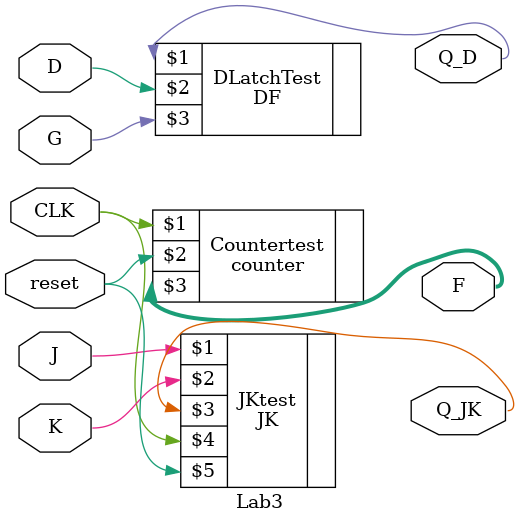
<source format=v>
module Lab3(D, G, J, K, Q_JK, Q_D, reset, CLK, F);
	input J, K, reset, CLK, D, G;
	output Q_JK, Q_D;
	output [1:0] F;
	
	DF DLatchTest(Q_D, D, G);
	JK JKtest(J, K, Q_JK, CLK, reset);
	counter Countertest(CLK, reset, F);
	
endmodule 
</source>
